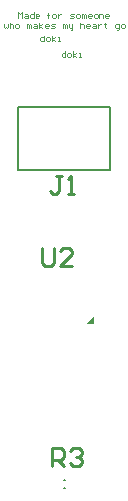
<source format=gto>
G04 Layer_Color=15132400*
%FSLAX24Y24*%
%MOIN*%
G70*
G01*
G75*
%ADD13C,0.0100*%
%ADD14C,0.0079*%
%ADD31C,0.0039*%
G36*
X29039Y27668D02*
X28789D01*
X29039Y27918D01*
Y27668D01*
D02*
G37*
D13*
X27626Y22931D02*
Y23531D01*
X27926D01*
X28026Y23431D01*
Y23231D01*
X27926Y23131D01*
X27626D01*
X27826D02*
X28026Y22931D01*
X28226Y23431D02*
X28326Y23531D01*
X28526D01*
X28626Y23431D01*
Y23331D01*
X28526Y23231D01*
X28426D01*
X28526D01*
X28626Y23131D01*
Y23031D01*
X28526Y22931D01*
X28326D01*
X28226Y23031D01*
X27959Y32588D02*
X27759D01*
X27859D01*
Y32088D01*
X27759Y31988D01*
X27659D01*
X27559Y32088D01*
X28159Y31988D02*
X28359D01*
X28259D01*
Y32588D01*
X28159Y32488D01*
X27286Y30190D02*
Y29690D01*
X27386Y29590D01*
X27586D01*
X27686Y29690D01*
Y30190D01*
X28286Y29590D02*
X27886D01*
X28286Y29990D01*
Y30090D01*
X28186Y30190D01*
X27986D01*
X27886Y30090D01*
D14*
X26500Y32807D02*
X29571D01*
X26500D02*
Y34894D01*
X29571D01*
Y32807D02*
Y34894D01*
X28031Y22205D02*
X28071D01*
X28031Y22480D02*
X28071D01*
D31*
X28084Y36772D02*
Y36575D01*
X27986D01*
X27953Y36608D01*
Y36673D01*
X27986Y36706D01*
X28084D01*
X28182Y36575D02*
X28248D01*
X28281Y36608D01*
Y36673D01*
X28248Y36706D01*
X28182D01*
X28150Y36673D01*
Y36608D01*
X28182Y36575D01*
X28346D02*
Y36772D01*
Y36640D02*
X28445Y36706D01*
X28346Y36640D02*
X28445Y36575D01*
X28543D02*
X28609D01*
X28576D01*
Y36706D01*
X28543D01*
X27375Y37283D02*
Y37087D01*
X27277D01*
X27244Y37119D01*
Y37185D01*
X27277Y37218D01*
X27375D01*
X27474Y37087D02*
X27539D01*
X27572Y37119D01*
Y37185D01*
X27539Y37218D01*
X27474D01*
X27441Y37185D01*
Y37119D01*
X27474Y37087D01*
X27638D02*
Y37283D01*
Y37152D02*
X27736Y37218D01*
X27638Y37152D02*
X27736Y37087D01*
X27834D02*
X27900D01*
X27867D01*
Y37218D01*
X27834D01*
X26024Y37651D02*
Y37552D01*
X26056Y37520D01*
X26089Y37552D01*
X26122Y37520D01*
X26155Y37552D01*
Y37651D01*
X26220Y37716D02*
Y37520D01*
Y37618D01*
X26253Y37651D01*
X26319D01*
X26352Y37618D01*
Y37520D01*
X26450D02*
X26516D01*
X26548Y37552D01*
Y37618D01*
X26516Y37651D01*
X26450D01*
X26417Y37618D01*
Y37552D01*
X26450Y37520D01*
X26811D02*
Y37651D01*
X26844D01*
X26876Y37618D01*
Y37520D01*
Y37618D01*
X26909Y37651D01*
X26942Y37618D01*
Y37520D01*
X27040Y37651D02*
X27106D01*
X27139Y37618D01*
Y37520D01*
X27040D01*
X27008Y37552D01*
X27040Y37585D01*
X27139D01*
X27204Y37520D02*
Y37716D01*
Y37585D02*
X27303Y37651D01*
X27204Y37585D02*
X27303Y37520D01*
X27500D02*
X27434D01*
X27401Y37552D01*
Y37618D01*
X27434Y37651D01*
X27500D01*
X27532Y37618D01*
Y37585D01*
X27401D01*
X27598Y37520D02*
X27696D01*
X27729Y37552D01*
X27696Y37585D01*
X27631D01*
X27598Y37618D01*
X27631Y37651D01*
X27729D01*
X27991Y37520D02*
Y37651D01*
X28024D01*
X28057Y37618D01*
Y37520D01*
Y37618D01*
X28090Y37651D01*
X28123Y37618D01*
Y37520D01*
X28188Y37651D02*
Y37552D01*
X28221Y37520D01*
X28319D01*
Y37487D01*
X28287Y37454D01*
X28254D01*
X28319Y37520D02*
Y37651D01*
X28582Y37716D02*
Y37520D01*
Y37618D01*
X28615Y37651D01*
X28680D01*
X28713Y37618D01*
Y37520D01*
X28877D02*
X28811D01*
X28779Y37552D01*
Y37618D01*
X28811Y37651D01*
X28877D01*
X28910Y37618D01*
Y37585D01*
X28779D01*
X29008Y37651D02*
X29074D01*
X29107Y37618D01*
Y37520D01*
X29008D01*
X28975Y37552D01*
X29008Y37585D01*
X29107D01*
X29172Y37651D02*
Y37520D01*
Y37585D01*
X29205Y37618D01*
X29238Y37651D01*
X29271D01*
X29402Y37684D02*
Y37651D01*
X29369D01*
X29435D01*
X29402D01*
Y37552D01*
X29435Y37520D01*
X29795Y37454D02*
X29828D01*
X29861Y37487D01*
Y37651D01*
X29763D01*
X29730Y37618D01*
Y37552D01*
X29763Y37520D01*
X29861D01*
X29959D02*
X30025D01*
X30058Y37552D01*
Y37618D01*
X30025Y37651D01*
X29959D01*
X29927Y37618D01*
Y37552D01*
X29959Y37520D01*
X26496Y37874D02*
Y38071D01*
X26562Y38005D01*
X26627Y38071D01*
Y37874D01*
X26726Y38005D02*
X26791D01*
X26824Y37972D01*
Y37874D01*
X26726D01*
X26693Y37907D01*
X26726Y37940D01*
X26824D01*
X27021Y38071D02*
Y37874D01*
X26922D01*
X26890Y37907D01*
Y37972D01*
X26922Y38005D01*
X27021D01*
X27185Y37874D02*
X27119D01*
X27086Y37907D01*
Y37972D01*
X27119Y38005D01*
X27185D01*
X27218Y37972D01*
Y37940D01*
X27086D01*
X27513Y37874D02*
Y38038D01*
Y37972D01*
X27480D01*
X27546D01*
X27513D01*
Y38038D01*
X27546Y38071D01*
X27677Y37874D02*
X27742D01*
X27775Y37907D01*
Y37972D01*
X27742Y38005D01*
X27677D01*
X27644Y37972D01*
Y37907D01*
X27677Y37874D01*
X27841Y38005D02*
Y37874D01*
Y37940D01*
X27874Y37972D01*
X27906Y38005D01*
X27939D01*
X28234Y37874D02*
X28333D01*
X28366Y37907D01*
X28333Y37940D01*
X28267D01*
X28234Y37972D01*
X28267Y38005D01*
X28366D01*
X28464Y37874D02*
X28530D01*
X28562Y37907D01*
Y37972D01*
X28530Y38005D01*
X28464D01*
X28431Y37972D01*
Y37907D01*
X28464Y37874D01*
X28628D02*
Y38005D01*
X28661D01*
X28694Y37972D01*
Y37874D01*
Y37972D01*
X28726Y38005D01*
X28759Y37972D01*
Y37874D01*
X28923D02*
X28858D01*
X28825Y37907D01*
Y37972D01*
X28858Y38005D01*
X28923D01*
X28956Y37972D01*
Y37940D01*
X28825D01*
X29054Y37874D02*
X29120D01*
X29153Y37907D01*
Y37972D01*
X29120Y38005D01*
X29054D01*
X29021Y37972D01*
Y37907D01*
X29054Y37874D01*
X29218D02*
Y38005D01*
X29317D01*
X29349Y37972D01*
Y37874D01*
X29513D02*
X29448D01*
X29415Y37907D01*
Y37972D01*
X29448Y38005D01*
X29513D01*
X29546Y37972D01*
Y37940D01*
X29415D01*
M02*

</source>
